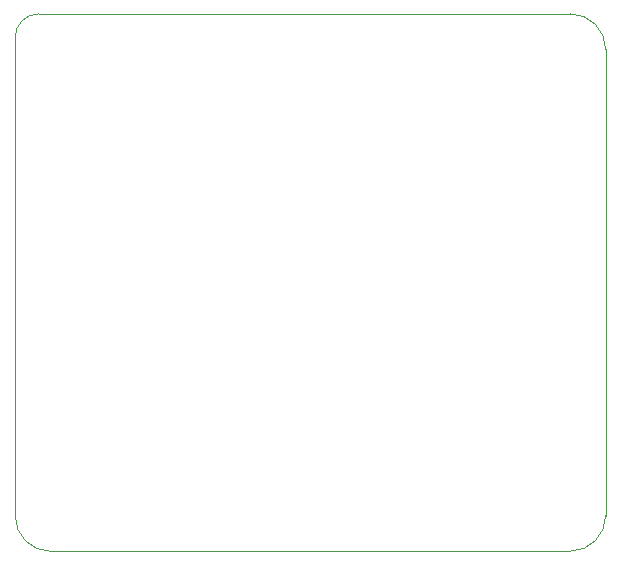
<source format=gbr>
%TF.GenerationSoftware,KiCad,Pcbnew,9.99.0-1168-g72ed3d3f11*%
%TF.CreationDate,2025-05-05T23:22:12-04:00*%
%TF.ProjectId,main_board,6d61696e-5f62-46f6-9172-642e6b696361,rev?*%
%TF.SameCoordinates,Original*%
%TF.FileFunction,Profile,NP*%
%FSLAX46Y46*%
G04 Gerber Fmt 4.6, Leading zero omitted, Abs format (unit mm)*
G04 Created by KiCad (PCBNEW 9.99.0-1168-g72ed3d3f11) date 2025-05-05 23:22:12*
%MOMM*%
%LPD*%
G01*
G04 APERTURE LIST*
%TA.AperFunction,Profile*%
%ADD10C,0.050000*%
%TD*%
G04 APERTURE END LIST*
D10*
X161000000Y-69500000D02*
G75*
G02*
X164000000Y-72500000I0J-3000000D01*
G01*
X114000000Y-71500000D02*
G75*
G02*
X116000000Y-69500000I2000000J0D01*
G01*
X161000000Y-69500000D02*
X116000000Y-69500000D01*
X164000000Y-112000000D02*
X164000000Y-72500000D01*
X114000000Y-71500000D02*
X114000000Y-112000000D01*
X117000000Y-115000000D02*
X161000000Y-115000000D01*
X164000000Y-112000000D02*
G75*
G02*
X161000000Y-115000000I-3000000J0D01*
G01*
X117000000Y-115000000D02*
G75*
G02*
X114000000Y-112000000I0J3000000D01*
G01*
M02*

</source>
